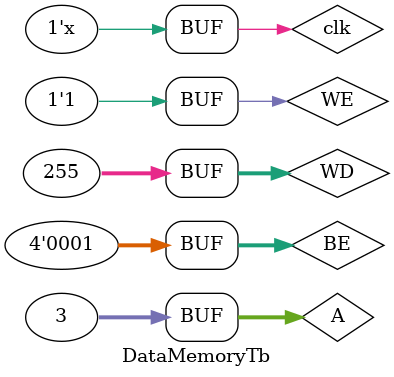
<source format=v>
`timescale 10ns / 1ps
/* 
Objetivo: 
	Comprobar el correcto almacenamiento y lectura de datos, dependiendo de sus entradas.
	Debe probarse la correcta lectura de un dato para WE = 0 y la correcta escritura para WE = 1
Procedimiento:
	Escribir datos en distintas addres y comprobar que la salida posea el valor de estos.
	En esta prueba debido a que WE es 1, el primer valor a esperar en RD es el valor de 15 en el byte más significativo. 
	Este valor debe escribirse en el otro ciclo de reloj, por lo tanto
	RD tendra un momento un valor indeterminado.Luego sucede lo mismo con el valor de 10.
*/

module DataMemoryTb;

	// Inputs
	reg clk;
	reg WE;
	reg [3:0] BE;
	reg [31:0] A;
	reg [31:0] WD;
	// Outputs
	wire [31:0] RD;
	// Instantiate the Unit Under Test (uut)
	DataMemory uut (
		.clk(clk), 
		.A(A), 
		.WE(WE), 
		.BE(BE),
		.WD(WD),
		.RD(RD)
	);
	initial 
		begin
			// Initialize Inputs
			#15
			clk = 1;
			A = 0;
			WE = 1;
			BE = 4'b1000;
			WD = 255;
			#15;		
			WE = 0;
			#15;
			A = 1;
			WE = 1;
			BE = 4'b0100;
			WD = 255;
			#15;
			WE=0;
			#15;
			A = 2;
			WE = 1;
			BE = 4'b0010;
			WD = 255;
			#15;
			WE=0;
			#15;
			A = 3;
			WE = 1;
			BE = 4'b0001;
			WD = 255;
		end
   always 
		#5 clk =! clk;
endmodule


</source>
